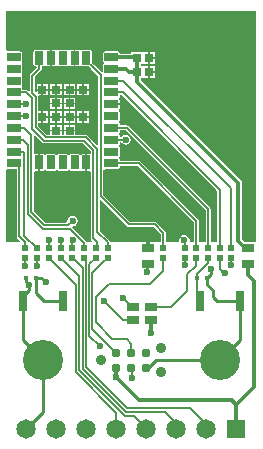
<source format=gtl>
G04*
G04 #@! TF.GenerationSoftware,Altium Limited,Altium Designer,21.6.4 (81)*
G04*
G04 Layer_Physical_Order=1*
G04 Layer_Color=255*
%FSLAX44Y44*%
%MOMM*%
G71*
G04*
G04 #@! TF.SameCoordinates,B4D087F0-9EC3-4593-89C5-D5A80E32FEAA*
G04*
G04*
G04 #@! TF.FilePolarity,Positive*
G04*
G01*
G75*
%ADD10C,0.2540*%
G04:AMPARAMS|DCode=15|XSize=1.15mm|YSize=0.7mm|CornerRadius=0.035mm|HoleSize=0mm|Usage=FLASHONLY|Rotation=180.000|XOffset=0mm|YOffset=0mm|HoleType=Round|Shape=RoundedRectangle|*
%AMROUNDEDRECTD15*
21,1,1.1500,0.6300,0,0,180.0*
21,1,1.0800,0.7000,0,0,180.0*
1,1,0.0700,-0.5400,0.3150*
1,1,0.0700,0.5400,0.3150*
1,1,0.0700,0.5400,-0.3150*
1,1,0.0700,-0.5400,-0.3150*
%
%ADD15ROUNDEDRECTD15*%
G04:AMPARAMS|DCode=16|XSize=1.15mm|YSize=0.7mm|CornerRadius=0.035mm|HoleSize=0mm|Usage=FLASHONLY|Rotation=90.000|XOffset=0mm|YOffset=0mm|HoleType=Round|Shape=RoundedRectangle|*
%AMROUNDEDRECTD16*
21,1,1.1500,0.6300,0,0,90.0*
21,1,1.0800,0.7000,0,0,90.0*
1,1,0.0700,0.3150,0.5400*
1,1,0.0700,0.3150,-0.5400*
1,1,0.0700,-0.3150,-0.5400*
1,1,0.0700,-0.3150,0.5400*
%
%ADD16ROUNDEDRECTD16*%
%ADD17R,0.7000X0.7000*%
%ADD18R,0.5500X0.5200*%
%ADD20R,1.0200X0.6400*%
%ADD21R,0.7800X0.7400*%
%ADD22R,0.3600X0.3500*%
%ADD23R,0.8000X1.7000*%
%ADD24R,1.0000X0.8000*%
%ADD39C,0.7900*%
%ADD40C,0.1520*%
%ADD41C,0.3500*%
%ADD42C,0.9000*%
%ADD43C,1.6500*%
%ADD44R,1.6500X1.6500*%
%ADD45C,3.4000*%
%ADD46C,0.6000*%
G36*
X172930Y227143D02*
Y200000D01*
X167070D01*
Y218000D01*
X166912Y218792D01*
X166464Y219464D01*
X117714Y268214D01*
X117042Y268662D01*
X116250Y268820D01*
X100202D01*
Y269900D01*
X100076Y270532D01*
X99740Y271035D01*
X99718Y271076D01*
Y272424D01*
X99740Y272465D01*
X100076Y272968D01*
X100202Y273600D01*
Y279900D01*
X100076Y280532D01*
X99740Y281035D01*
X99718Y281076D01*
Y282424D01*
X99740Y282465D01*
X100076Y282968D01*
X100202Y283600D01*
Y284680D01*
X101435D01*
X102109Y283671D01*
X103522Y282728D01*
X105188Y282396D01*
X106854Y282728D01*
X108266Y283671D01*
X109210Y285084D01*
X109541Y286750D01*
X109210Y288416D01*
X108266Y289828D01*
X106854Y290772D01*
X105188Y291104D01*
X103522Y290772D01*
X102109Y289828D01*
X101435Y288820D01*
X100202D01*
Y289900D01*
X100076Y290532D01*
X99740Y291035D01*
X99718Y291076D01*
Y292424D01*
X99740Y292465D01*
X100076Y292968D01*
X100202Y293600D01*
Y294680D01*
X105393D01*
X172930Y227143D01*
D02*
G37*
G36*
X162930Y217143D02*
Y200000D01*
X160255D01*
X159213Y201270D01*
X159294Y201676D01*
X158962Y203342D01*
X158019Y204755D01*
X156606Y205698D01*
X154940Y206030D01*
X153274Y205698D01*
X151861Y204755D01*
X150918Y203342D01*
X150586Y201676D01*
X150667Y201270D01*
X149625Y200000D01*
X139070D01*
Y207932D01*
X138912Y208724D01*
X138464Y209396D01*
X131257Y216602D01*
X130586Y217050D01*
X129794Y217208D01*
X108719D01*
X86144Y239783D01*
Y261197D01*
X86478Y261499D01*
X87414Y262015D01*
X87750Y261948D01*
X98550D01*
X99182Y262074D01*
X99718Y262432D01*
X100076Y262968D01*
X100202Y263600D01*
Y264680D01*
X115393D01*
X162930Y217143D01*
D02*
G37*
G36*
X34536Y284536D02*
X35208Y284088D01*
X36000Y283930D01*
X69143D01*
X75610Y277463D01*
Y275012D01*
X75050Y274552D01*
X72662D01*
Y267500D01*
Y260448D01*
X74531D01*
X75610Y259410D01*
Y203320D01*
X75768Y202528D01*
X76217Y201856D01*
X76900Y201173D01*
X76414Y200000D01*
X71991D01*
X71978Y200064D01*
X71529Y200735D01*
X59928Y212337D01*
X60055Y212923D01*
X60436Y213626D01*
X61864Y213910D01*
X63277Y214853D01*
X64220Y216266D01*
X64552Y217932D01*
X64220Y219598D01*
X63277Y221010D01*
X61864Y221954D01*
X60198Y222286D01*
X58532Y221954D01*
X57119Y221010D01*
X56176Y219598D01*
X55844Y217932D01*
X55897Y217669D01*
X54868Y216446D01*
X37161D01*
X27470Y226137D01*
Y259507D01*
X27561Y259658D01*
X28740Y260450D01*
X28750Y260448D01*
X31138D01*
Y267500D01*
Y274552D01*
X28750D01*
X28740Y274550D01*
X27561Y275342D01*
X27470Y275493D01*
Y289807D01*
X28740Y290333D01*
X34536Y284536D01*
D02*
G37*
G36*
X215922Y200000D02*
X206305D01*
X203739Y202565D01*
Y250190D01*
X203739Y250190D01*
X203505Y251368D01*
X202837Y252367D01*
X118079Y337125D01*
Y339030D01*
X124038D01*
Y344000D01*
Y348970D01*
X118079D01*
Y351030D01*
X124038D01*
Y356000D01*
Y360970D01*
X109830D01*
Y359454D01*
X100202D01*
Y359900D01*
X100076Y360532D01*
X99718Y361068D01*
X99182Y361426D01*
X98550Y361552D01*
X87750D01*
X87118Y361426D01*
X86582Y361068D01*
X86224Y360532D01*
X86098Y359900D01*
Y353600D01*
X86224Y352968D01*
X86560Y352465D01*
X86582Y352424D01*
Y351076D01*
X86560Y351035D01*
X86224Y350532D01*
X86098Y349900D01*
Y344275D01*
X84828Y343749D01*
X78626Y349952D01*
X78625Y349952D01*
X76702Y351875D01*
Y361400D01*
X76576Y362032D01*
X76218Y362568D01*
X75682Y362926D01*
X75050Y363052D01*
X68750D01*
X68118Y362926D01*
X67656Y362617D01*
X67604Y362589D01*
X66900Y362577D01*
X66195Y362589D01*
X66144Y362617D01*
X65682Y362926D01*
X65050Y363052D01*
X62662D01*
Y356000D01*
Y348948D01*
X65050D01*
X65682Y349074D01*
X66144Y349383D01*
X66195Y349411D01*
X66900Y349423D01*
X67604Y349411D01*
X67656Y349383D01*
X68118Y349074D01*
X68750Y348948D01*
X73775D01*
X75698Y347024D01*
X75698Y347024D01*
X82004Y340719D01*
Y282882D01*
X80831Y282395D01*
X72973Y290254D01*
X72301Y290702D01*
X71509Y290860D01*
X62420D01*
Y293738D01*
X57650D01*
X52880D01*
Y290860D01*
X50920D01*
Y293738D01*
X46150D01*
X41380D01*
Y290860D01*
X38635D01*
X30940Y298555D01*
Y301230D01*
X33888D01*
Y306000D01*
Y310770D01*
X30940D01*
Y323130D01*
X31988Y324230D01*
X33888D01*
Y328238D01*
X29880D01*
Y327448D01*
X28610Y326825D01*
X28070Y327243D01*
Y340143D01*
X33363Y345436D01*
X33812Y346108D01*
X33970Y346900D01*
Y348948D01*
X35050D01*
X35682Y349074D01*
X36144Y349383D01*
X36195Y349411D01*
X36900Y349423D01*
X37604Y349411D01*
X37656Y349383D01*
X38118Y349074D01*
X38750Y348948D01*
X41138D01*
Y356000D01*
Y363052D01*
X38750D01*
X38118Y362926D01*
X37656Y362617D01*
X37604Y362589D01*
X36900Y362577D01*
X36195Y362589D01*
X36144Y362617D01*
X35682Y362926D01*
X35050Y363052D01*
X28750D01*
X28118Y362926D01*
X27582Y362568D01*
X27224Y362032D01*
X27098Y361400D01*
Y350600D01*
X27224Y349968D01*
X27582Y349432D01*
X28118Y349074D01*
X28750Y348948D01*
X29639D01*
X29751Y347678D01*
X24536Y342464D01*
X24088Y341792D01*
X23930Y341000D01*
Y328357D01*
X22757Y327871D01*
X22414Y328214D01*
X21743Y328662D01*
X20951Y328820D01*
X17702D01*
Y329900D01*
X17576Y330532D01*
X17240Y331035D01*
X17218Y331076D01*
Y332424D01*
X17240Y332465D01*
X17576Y332968D01*
X17702Y333600D01*
Y339900D01*
X17576Y340532D01*
X17240Y341035D01*
X17218Y341076D01*
Y342424D01*
X17240Y342465D01*
X17576Y342968D01*
X17702Y343600D01*
Y349900D01*
X17576Y350532D01*
X17240Y351035D01*
X17218Y351076D01*
Y352424D01*
X17240Y352465D01*
X17576Y352968D01*
X17702Y353600D01*
Y359900D01*
X17576Y360532D01*
X17218Y361068D01*
X16682Y361426D01*
X16050Y361552D01*
X5348D01*
X5220Y361576D01*
X4110Y362452D01*
X4078Y362515D01*
Y395922D01*
X215922D01*
Y200000D01*
D02*
G37*
G36*
X182842Y243745D02*
Y200000D01*
X177070D01*
Y228000D01*
X176912Y228792D01*
X176464Y229464D01*
X107714Y298214D01*
X107042Y298662D01*
X106250Y298820D01*
X100202D01*
Y299900D01*
X100076Y300532D01*
X99740Y301035D01*
X99718Y301076D01*
Y302424D01*
X99740Y302465D01*
X100076Y302968D01*
X100202Y303600D01*
Y309900D01*
X100076Y310532D01*
X99740Y311035D01*
X99718Y311076D01*
Y312424D01*
X99740Y312465D01*
X100076Y312968D01*
X100202Y313600D01*
Y315988D01*
X93150D01*
Y317512D01*
X100202D01*
Y319900D01*
X100076Y320532D01*
X99740Y321035D01*
X99718Y321076D01*
Y322424D01*
X99740Y322465D01*
X100076Y322968D01*
X100202Y323600D01*
Y324680D01*
X101907D01*
X182842Y243745D01*
D02*
G37*
G36*
X106398Y213675D02*
X107070Y213226D01*
X107862Y213068D01*
X128937D01*
X134930Y207075D01*
Y200000D01*
X92070D01*
Y200000D01*
X91912Y200792D01*
X91463Y201464D01*
X83104Y209823D01*
Y235310D01*
X84277Y235796D01*
X106398Y213675D01*
D02*
G37*
G36*
X12916Y204978D02*
X13074Y204186D01*
X13522Y203514D01*
X15864Y201173D01*
X15378Y200000D01*
X4078D01*
X4078Y260985D01*
X4110Y261048D01*
X5250Y261948D01*
X12916D01*
Y204978D01*
D02*
G37*
%LPC*%
G36*
X65050Y274552D02*
X58750D01*
X58118Y274426D01*
X57656Y274117D01*
X57604Y274090D01*
X56900Y274077D01*
X56195Y274090D01*
X56144Y274117D01*
X55682Y274426D01*
X55050Y274552D01*
X48750D01*
X48118Y274426D01*
X47656Y274117D01*
X47605Y274090D01*
X46900Y274077D01*
X46195Y274090D01*
X46144Y274117D01*
X45682Y274426D01*
X45050Y274552D01*
X38750D01*
X38118Y274426D01*
X37656Y274117D01*
X37604Y274090D01*
X36900Y274077D01*
X36195Y274090D01*
X36144Y274117D01*
X35682Y274426D01*
X35050Y274552D01*
X32662D01*
Y267500D01*
Y260448D01*
X35050D01*
X35682Y260574D01*
X36144Y260883D01*
X36195Y260910D01*
X36900Y260923D01*
X37604Y260910D01*
X37656Y260883D01*
X38118Y260574D01*
X38750Y260448D01*
X45050D01*
X45682Y260574D01*
X46144Y260883D01*
X46195Y260910D01*
X46900Y260923D01*
X47605Y260910D01*
X47656Y260883D01*
X48118Y260574D01*
X48750Y260448D01*
X55050D01*
X55682Y260574D01*
X56144Y260883D01*
X56195Y260910D01*
X56900Y260923D01*
X57604Y260910D01*
X57656Y260883D01*
X58118Y260574D01*
X58750Y260448D01*
X65050D01*
X65682Y260574D01*
X66144Y260883D01*
X66195Y260910D01*
X66900Y260923D01*
X67604Y260910D01*
X67656Y260883D01*
X68118Y260574D01*
X68750Y260448D01*
X71138D01*
Y267500D01*
Y274552D01*
X68750D01*
X68118Y274426D01*
X67656Y274117D01*
X67604Y274090D01*
X66900Y274077D01*
X66195Y274090D01*
X66144Y274117D01*
X65682Y274426D01*
X65050Y274552D01*
D02*
G37*
G36*
X129970Y360970D02*
X125562D01*
Y356762D01*
X129970D01*
Y360970D01*
D02*
G37*
G36*
Y355238D02*
X125562D01*
Y351030D01*
X129970D01*
Y355238D01*
D02*
G37*
G36*
X45050Y363052D02*
X42662D01*
Y356000D01*
Y348948D01*
X45050D01*
X45682Y349074D01*
X46144Y349383D01*
X46195Y349411D01*
X46900Y349423D01*
X47605Y349411D01*
X47656Y349383D01*
X48118Y349074D01*
X48750Y348948D01*
X55050D01*
X55682Y349074D01*
X56144Y349383D01*
X56195Y349411D01*
X56900Y349423D01*
X57604Y349411D01*
X57656Y349383D01*
X58118Y349074D01*
X58750Y348948D01*
X61138D01*
Y356000D01*
Y363052D01*
X58750D01*
X58118Y362926D01*
X57656Y362617D01*
X57604Y362589D01*
X56900Y362577D01*
X56195Y362589D01*
X56144Y362617D01*
X55682Y362926D01*
X55050Y363052D01*
X48750D01*
X48118Y362926D01*
X47656Y362617D01*
X47605Y362589D01*
X46900Y362577D01*
X46195Y362589D01*
X46144Y362617D01*
X45682Y362926D01*
X45050Y363052D01*
D02*
G37*
G36*
X129970Y348970D02*
X125562D01*
Y344762D01*
X129970D01*
Y348970D01*
D02*
G37*
G36*
Y343238D02*
X125562D01*
Y339030D01*
X129970D01*
Y343238D01*
D02*
G37*
G36*
X50920Y333770D02*
X46912D01*
Y329762D01*
X50920D01*
Y333770D01*
D02*
G37*
G36*
X62420D02*
X58412D01*
Y329762D01*
X62420D01*
Y333770D01*
D02*
G37*
G36*
X39420D02*
X35412D01*
Y329762D01*
X39420D01*
Y333770D01*
D02*
G37*
G36*
X73920D02*
X69912D01*
Y329762D01*
X73920D01*
Y333770D01*
D02*
G37*
G36*
X45388D02*
X41380D01*
Y329762D01*
X45388D01*
Y333770D01*
D02*
G37*
G36*
X56888D02*
X52880D01*
Y329762D01*
X56888D01*
Y333770D01*
D02*
G37*
G36*
X33888D02*
X29880D01*
Y329762D01*
X33888D01*
Y333770D01*
D02*
G37*
G36*
X68388D02*
X64380D01*
Y329762D01*
X68388D01*
Y333770D01*
D02*
G37*
G36*
X73920Y328238D02*
X69912D01*
Y324230D01*
X73920D01*
Y328238D01*
D02*
G37*
G36*
X68388D02*
X64380D01*
Y324230D01*
X68388D01*
Y328238D01*
D02*
G37*
G36*
X62420D02*
X58412D01*
Y324230D01*
X62420D01*
Y328238D01*
D02*
G37*
G36*
X56888D02*
X52880D01*
Y324230D01*
X56888D01*
Y328238D01*
D02*
G37*
G36*
X50920D02*
X46912D01*
Y324230D01*
X50920D01*
Y328238D01*
D02*
G37*
G36*
X45388D02*
X41380D01*
Y324230D01*
X45388D01*
Y328238D01*
D02*
G37*
G36*
X39420D02*
X35412D01*
Y324230D01*
X39420D01*
Y328238D01*
D02*
G37*
G36*
X50920Y322270D02*
X46912D01*
Y318262D01*
X50920D01*
Y322270D01*
D02*
G37*
G36*
X62420D02*
X58412D01*
Y318262D01*
X62420D01*
Y322270D01*
D02*
G37*
G36*
X45388D02*
X41380D01*
Y318262D01*
X45388D01*
Y322270D01*
D02*
G37*
G36*
X56888D02*
X52880D01*
Y318262D01*
X56888D01*
Y322270D01*
D02*
G37*
G36*
X62420Y316738D02*
X58412D01*
Y312730D01*
X62420D01*
Y316738D01*
D02*
G37*
G36*
X56888D02*
X52880D01*
Y312730D01*
X56888D01*
Y316738D01*
D02*
G37*
G36*
X50920D02*
X46912D01*
Y312730D01*
X50920D01*
Y316738D01*
D02*
G37*
G36*
X45388D02*
X41380D01*
Y312730D01*
X45388D01*
Y316738D01*
D02*
G37*
G36*
X50920Y310770D02*
X46912D01*
Y306762D01*
X50920D01*
Y310770D01*
D02*
G37*
G36*
X62420D02*
X58412D01*
Y306762D01*
X62420D01*
Y310770D01*
D02*
G37*
G36*
X39420D02*
X35412D01*
Y306762D01*
X39420D01*
Y310770D01*
D02*
G37*
G36*
X73920D02*
X69912D01*
Y306762D01*
X73920D01*
Y310770D01*
D02*
G37*
G36*
X45388D02*
X41380D01*
Y306762D01*
X45388D01*
Y310770D01*
D02*
G37*
G36*
X56888D02*
X52880D01*
Y306762D01*
X56888D01*
Y310770D01*
D02*
G37*
G36*
X68388D02*
X64380D01*
Y306762D01*
X68388D01*
Y310770D01*
D02*
G37*
G36*
X73920Y305238D02*
X69912D01*
Y301230D01*
X73920D01*
Y305238D01*
D02*
G37*
G36*
X68388D02*
X64380D01*
Y301230D01*
X68388D01*
Y305238D01*
D02*
G37*
G36*
X62420D02*
X58412D01*
Y301230D01*
X62420D01*
Y305238D01*
D02*
G37*
G36*
X56888D02*
X52880D01*
Y301230D01*
X56888D01*
Y305238D01*
D02*
G37*
G36*
X50920D02*
X46912D01*
Y301230D01*
X50920D01*
Y305238D01*
D02*
G37*
G36*
X45388D02*
X41380D01*
Y301230D01*
X45388D01*
Y305238D01*
D02*
G37*
G36*
X39420D02*
X35412D01*
Y301230D01*
X39420D01*
Y305238D01*
D02*
G37*
G36*
X50920Y299270D02*
X46912D01*
Y295262D01*
X50920D01*
Y299270D01*
D02*
G37*
G36*
X62420D02*
X58412D01*
Y295262D01*
X62420D01*
Y299270D01*
D02*
G37*
G36*
X45388D02*
X41380D01*
Y295262D01*
X45388D01*
Y299270D01*
D02*
G37*
G36*
X56888D02*
X52880D01*
Y295262D01*
X56888D01*
Y299270D01*
D02*
G37*
%LPD*%
D10*
X177433Y176896D02*
X177568Y176762D01*
Y173318D02*
Y176762D01*
X18000Y150000D02*
Y154500D01*
X23136Y159636D01*
Y163344D01*
X23622Y163830D01*
X21064Y166491D02*
Y169926D01*
Y166491D02*
X23622Y163933D01*
Y163830D02*
Y163933D01*
X185000Y100357D02*
X202000Y117357D01*
Y150000D01*
X185000Y100000D02*
Y100357D01*
X130500Y100000D02*
X185000D01*
X18000Y117357D02*
X35000Y100357D01*
X18000Y117357D02*
Y150000D01*
X35000Y100000D02*
Y100357D01*
Y56100D02*
Y100000D01*
X21100Y42200D02*
X35000Y56100D01*
X29464Y169926D02*
X33782D01*
X37338Y166370D01*
X29464Y156718D02*
X36182Y150000D01*
X52000D01*
X29464Y156718D02*
Y169926D01*
X123635Y180785D02*
X124000Y181150D01*
X123635Y174355D02*
Y180785D01*
X174200Y170000D02*
X174250D01*
X177568Y173318D01*
X122700Y93650D02*
X124150D01*
X130500Y100000D01*
X174200Y163903D02*
Y170000D01*
Y163903D02*
X178816Y159287D01*
Y153670D02*
Y159287D01*
X182486Y150000D02*
X202000D01*
X178816Y153670D02*
X182486Y150000D01*
D15*
X93150Y266750D02*
D03*
Y276750D02*
D03*
Y286750D02*
D03*
Y296750D02*
D03*
Y306750D02*
D03*
Y316750D02*
D03*
Y326750D02*
D03*
Y336750D02*
D03*
Y346750D02*
D03*
Y356750D02*
D03*
X10650D02*
D03*
Y346750D02*
D03*
Y336750D02*
D03*
Y326750D02*
D03*
Y316750D02*
D03*
Y306750D02*
D03*
Y296750D02*
D03*
Y286750D02*
D03*
Y276750D02*
D03*
Y266750D02*
D03*
D16*
X31900Y356000D02*
D03*
X41900D02*
D03*
X51900D02*
D03*
X61900D02*
D03*
X71900D02*
D03*
Y267500D02*
D03*
X61900D02*
D03*
X51900D02*
D03*
X41900D02*
D03*
X31900D02*
D03*
D17*
X69150Y329000D02*
D03*
X57650D02*
D03*
X46150D02*
D03*
X34650D02*
D03*
Y306000D02*
D03*
X46150Y317500D02*
D03*
X57650D02*
D03*
Y294500D02*
D03*
X69150Y306000D02*
D03*
X57650D02*
D03*
X46150D02*
D03*
Y294500D02*
D03*
D18*
X90000Y195000D02*
D03*
Y187000D02*
D03*
X137000Y195000D02*
D03*
Y187000D02*
D03*
X80000Y195000D02*
D03*
Y187000D02*
D03*
X155000D02*
D03*
Y195000D02*
D03*
X70066Y187000D02*
D03*
Y195000D02*
D03*
X175000Y187000D02*
D03*
Y195000D02*
D03*
X29868Y187000D02*
D03*
Y195000D02*
D03*
X39878Y187008D02*
D03*
Y195008D02*
D03*
X19868Y187000D02*
D03*
Y195000D02*
D03*
X50066Y187000D02*
D03*
Y195000D02*
D03*
X60066Y187000D02*
D03*
Y195000D02*
D03*
X194000D02*
D03*
Y187000D02*
D03*
X185000D02*
D03*
Y195000D02*
D03*
X165000Y187000D02*
D03*
Y195000D02*
D03*
D20*
X124000Y181150D02*
D03*
Y194850D02*
D03*
X209000Y194850D02*
D03*
Y181150D02*
D03*
D21*
X124800Y344000D02*
D03*
X115000D02*
D03*
X124800Y356000D02*
D03*
X115000D02*
D03*
D22*
X165800Y170000D02*
D03*
X174200D02*
D03*
X21064Y169926D02*
D03*
X29464D02*
D03*
D23*
X202000Y150000D02*
D03*
X168000D02*
D03*
X52000D02*
D03*
X18000D02*
D03*
D24*
X126500Y134500D02*
D03*
X111500D02*
D03*
Y145500D02*
D03*
X126500D02*
D03*
D39*
X122700Y106350D02*
D03*
Y93650D02*
D03*
X110000Y106350D02*
D03*
Y93650D02*
D03*
X97300Y106350D02*
D03*
Y93650D02*
D03*
D40*
X63050Y89914D02*
Y163836D01*
X65840Y91424D02*
X104264Y53000D01*
X68630Y92933D02*
X105429Y56134D01*
X97300Y42200D02*
Y55664D01*
X104264Y53000D02*
X111900D01*
X65840Y91424D02*
Y171226D01*
X105429Y56134D02*
X138438D01*
X68630Y92933D02*
Y178436D01*
X63050Y89914D02*
X97300Y55664D01*
X111900Y53000D02*
X122700Y42200D01*
X88000Y149096D02*
X102596Y134500D01*
X111500D01*
X157420Y159000D02*
Y172660D01*
X127000Y145000D02*
X143420D01*
X157420Y159000D01*
X110500Y145500D02*
X111500D01*
X103000Y153000D02*
X110500Y145500D01*
X103000Y153000D02*
Y153760D01*
X70000Y286000D02*
X77680Y278320D01*
X26000Y296000D02*
X36000Y286000D01*
X70000D01*
X28870Y297698D02*
X37778Y288790D01*
X71509D01*
X81034Y279265D01*
X26000Y296000D02*
Y321701D01*
X20951Y326750D02*
X26000Y321701D01*
X10650Y316750D02*
X20970D01*
X10650Y306750D02*
X20888D01*
X20970Y306832D01*
X28870Y297698D02*
Y323130D01*
X26000Y341000D02*
X31900Y346900D01*
X26000Y326000D02*
X28870Y323130D01*
X26000Y326000D02*
Y341000D01*
X102143Y152903D02*
X103000Y153760D01*
X188000Y174000D02*
X189000D01*
X185000Y177000D02*
X188000Y174000D01*
X185000Y177000D02*
Y187000D01*
X110000Y106350D02*
Y114000D01*
X94000Y118000D02*
X106000D01*
X110000Y114000D01*
X80000Y132000D02*
X94000Y118000D01*
X126000Y165000D02*
X137000Y176000D01*
X80000Y154000D02*
X91000Y165000D01*
X126000D01*
X80000Y132000D02*
Y154000D01*
X77000Y174000D02*
X88010Y185010D01*
X74210Y120608D02*
Y181360D01*
X41868Y185018D02*
X63050Y163836D01*
X77000Y126650D02*
Y174000D01*
X74210Y120608D02*
X83058Y111760D01*
X74210Y181360D02*
X79850Y187000D01*
X70066D02*
X71420Y185646D01*
X52056Y185010D02*
X65840Y171226D01*
X77000Y126650D02*
X97300Y106350D01*
X71420Y94442D02*
Y185646D01*
X62056Y185010D02*
X68630Y178436D01*
X71420Y94442D02*
X106426Y59436D01*
X157420Y172660D02*
X165000Y180240D01*
X126500Y145500D02*
X127000Y145000D01*
X77680Y203320D02*
Y278320D01*
X81034Y208966D02*
Y279265D01*
X10650Y326750D02*
X20951D01*
X31900Y346900D02*
Y356000D01*
X10650Y296750D02*
X19226D01*
X25400Y290576D01*
Y225279D02*
Y290576D01*
X84074Y238926D02*
X107862Y215138D01*
X129794D01*
X84074Y238926D02*
Y341576D01*
X81034Y208966D02*
X90000Y200000D01*
Y195000D02*
Y200000D01*
X80518Y195518D02*
Y200482D01*
X77680Y203320D02*
X80518Y200482D01*
X93150Y266750D02*
X116250D01*
X165000Y218000D01*
Y195000D02*
Y218000D01*
X93150Y296750D02*
X106250D01*
X175000Y228000D01*
Y195000D02*
Y228000D01*
X14986Y204978D02*
X19868Y200096D01*
X10650Y266750D02*
X12246D01*
X14986Y264010D01*
Y204978D02*
Y264010D01*
X19868Y195000D02*
Y200096D01*
X19312Y205406D02*
X29718Y195000D01*
X19312Y205406D02*
Y275328D01*
X29718Y195000D02*
X29868D01*
X155000D02*
Y201616D01*
X154940Y201676D02*
X155000Y201616D01*
X93150Y286750D02*
X105188D01*
X105206Y286769D01*
X184912Y195088D02*
Y244602D01*
Y195088D02*
X185000Y195000D01*
X102764Y326750D02*
X184912Y244602D01*
X194000Y195000D02*
Y245928D01*
X103178Y336750D02*
X194000Y245928D01*
Y195000D02*
X194000Y195000D01*
X93150Y336750D02*
X103178D01*
X93150Y326750D02*
X102764D01*
X137000Y195000D02*
Y207932D01*
X129794Y215138D02*
X137000Y207932D01*
X10650Y276750D02*
X17890D01*
X19312Y275328D01*
X56642Y214376D02*
X60198Y217932D01*
X36303Y214376D02*
X56642D01*
X25400Y225279D02*
X36303Y214376D01*
X22352Y224028D02*
X35044Y211336D01*
X70066Y195000D02*
Y199272D01*
X22352Y224028D02*
Y282448D01*
X58002Y211336D02*
X70066Y199272D01*
X35044Y211336D02*
X58002D01*
X39878Y195008D02*
Y201676D01*
X50038Y195028D02*
X50066Y195000D01*
X50038Y195028D02*
Y201676D01*
X60066Y195000D02*
Y201798D01*
X60198Y201930D01*
X18050Y286750D02*
X22352Y282448D01*
X10650Y286750D02*
X18050D01*
X39878Y187008D02*
X40028D01*
X41868Y185168D01*
Y185018D02*
Y185168D01*
X50066Y187000D02*
X50216D01*
X52056Y185160D01*
Y185010D02*
Y185160D01*
X60066Y187000D02*
X60216D01*
X62056Y185160D01*
Y185010D02*
Y185160D01*
X77162Y348488D02*
X84074Y341576D01*
X77162Y348488D02*
X77162D01*
X80000Y195000D02*
X80518Y195518D01*
X71900Y353750D02*
X77162Y348488D01*
X71900Y353750D02*
Y356000D01*
X106426Y59436D02*
X159764D01*
X173500Y45700D01*
X148100D02*
Y46254D01*
X144310Y50043D02*
X148100Y46254D01*
X144310Y50043D02*
Y50262D01*
X138438Y56134D02*
X144310Y50262D01*
X154850Y195000D02*
X155000D01*
X89850Y187000D02*
X90000D01*
X88010Y185160D02*
X89850Y187000D01*
X88010Y185010D02*
Y185160D01*
X79850Y187000D02*
X80000D01*
X29868Y180142D02*
Y187000D01*
X29812Y180086D02*
X29868Y180142D01*
X19812Y180086D02*
X19868Y180142D01*
Y187000D01*
X110000Y93650D02*
X110236Y93414D01*
Y85090D02*
Y93414D01*
X165000Y180240D02*
Y187000D01*
X137000Y176000D02*
Y187000D01*
X155000Y180904D02*
Y187000D01*
X194000Y180904D02*
Y187000D01*
X165800Y172912D02*
X175000Y182112D01*
Y187000D01*
X165800Y170000D02*
Y172912D01*
Y152200D02*
X168000Y150000D01*
X165800Y152200D02*
Y170000D01*
D41*
X127000Y123000D02*
Y134000D01*
X126500Y134500D02*
X127000Y134000D01*
X97300Y85580D02*
Y93650D01*
X200660Y201290D02*
X205650Y196300D01*
X115000Y335850D02*
X200660Y250190D01*
Y201290D02*
Y250190D01*
X115000Y335850D02*
Y344000D01*
Y356000D01*
X108120Y344000D02*
X115000D01*
X105370Y346750D02*
X108120Y344000D01*
X93150Y346750D02*
X105370D01*
X93150Y356750D02*
X93525Y356375D01*
X114625D01*
X115000Y356000D01*
X198900Y42200D02*
Y62502D01*
X116332Y66548D02*
X194854D01*
X198900Y62502D01*
X214000Y77602D02*
Y167000D01*
X198900Y62502D02*
X214000Y77602D01*
X97300Y85580D02*
X116332Y66548D01*
X205650Y196300D02*
Y196300D01*
Y196300D02*
X207100Y194850D01*
X209000D01*
X123698Y203962D02*
X124000Y203660D01*
Y194850D02*
Y203660D01*
X209000Y172000D02*
Y181150D01*
Y172000D02*
X214000Y167000D01*
D42*
X135400Y89840D02*
D03*
Y110160D02*
D03*
X84600Y100000D02*
D03*
D43*
X71900Y42200D02*
D03*
X97300D02*
D03*
X122700D02*
D03*
X173500D02*
D03*
X148100D02*
D03*
X46500D02*
D03*
X21100D02*
D03*
D44*
X198900D02*
D03*
D45*
X185000Y100000D02*
D03*
X35000D02*
D03*
D46*
X8000Y215000D02*
D03*
X67000Y279000D02*
D03*
X52000D02*
D03*
X36000D02*
D03*
X78000Y306000D02*
D03*
Y329000D02*
D03*
X69000Y338000D02*
D03*
X58000D02*
D03*
X47000D02*
D03*
X35000D02*
D03*
X67000Y297000D02*
D03*
X37000D02*
D03*
X8000Y204000D02*
D03*
X89000Y212000D02*
D03*
X88000Y227000D02*
D03*
X98000Y207000D02*
D03*
X113000D02*
D03*
X128000D02*
D03*
X212000Y204000D02*
D03*
Y216000D02*
D03*
Y228000D02*
D03*
Y243000D02*
D03*
Y257000D02*
D03*
Y272000D02*
D03*
Y287000D02*
D03*
Y302000D02*
D03*
Y317000D02*
D03*
Y332000D02*
D03*
Y347000D02*
D03*
Y362000D02*
D03*
Y377000D02*
D03*
Y392000D02*
D03*
X203000D02*
D03*
Y377000D02*
D03*
Y362000D02*
D03*
Y347000D02*
D03*
Y332000D02*
D03*
Y317000D02*
D03*
Y302000D02*
D03*
Y287000D02*
D03*
Y272000D02*
D03*
Y257000D02*
D03*
X188000Y392000D02*
D03*
Y377000D02*
D03*
Y362000D02*
D03*
Y347000D02*
D03*
Y332000D02*
D03*
Y317000D02*
D03*
Y302000D02*
D03*
Y287000D02*
D03*
Y272000D02*
D03*
X173000Y392000D02*
D03*
Y377000D02*
D03*
Y362000D02*
D03*
Y347000D02*
D03*
Y332000D02*
D03*
Y317000D02*
D03*
Y302000D02*
D03*
Y287000D02*
D03*
Y242000D02*
D03*
X158000Y392000D02*
D03*
Y377000D02*
D03*
Y362000D02*
D03*
Y347000D02*
D03*
Y332000D02*
D03*
Y317000D02*
D03*
Y302000D02*
D03*
Y257000D02*
D03*
X143000Y392000D02*
D03*
Y377000D02*
D03*
Y362000D02*
D03*
Y347000D02*
D03*
Y332000D02*
D03*
Y317000D02*
D03*
Y272000D02*
D03*
X128000Y392000D02*
D03*
Y377000D02*
D03*
Y332000D02*
D03*
Y287000D02*
D03*
Y227000D02*
D03*
X113000Y392000D02*
D03*
Y377000D02*
D03*
Y302000D02*
D03*
Y272000D02*
D03*
Y242000D02*
D03*
Y227000D02*
D03*
X98000Y392000D02*
D03*
Y377000D02*
D03*
Y257000D02*
D03*
Y242000D02*
D03*
X83000Y392000D02*
D03*
Y377000D02*
D03*
Y362000D02*
D03*
X68000Y392000D02*
D03*
Y377000D02*
D03*
Y317000D02*
D03*
Y257000D02*
D03*
Y242000D02*
D03*
Y227000D02*
D03*
X53000Y392000D02*
D03*
Y377000D02*
D03*
Y257000D02*
D03*
Y242000D02*
D03*
Y227000D02*
D03*
X38000Y392000D02*
D03*
Y377000D02*
D03*
Y317000D02*
D03*
Y257000D02*
D03*
Y242000D02*
D03*
Y227000D02*
D03*
X23000Y392000D02*
D03*
Y377000D02*
D03*
Y362000D02*
D03*
Y347000D02*
D03*
X8000Y392000D02*
D03*
Y377000D02*
D03*
Y257000D02*
D03*
Y242000D02*
D03*
Y227000D02*
D03*
X20970Y306832D02*
D03*
Y316750D02*
D03*
X103000Y153000D02*
D03*
X87000Y150096D02*
D03*
X127000Y123000D02*
D03*
X177433Y176896D02*
D03*
X154940Y201676D02*
D03*
X105188Y286750D02*
D03*
X39878Y201676D02*
D03*
X50038D02*
D03*
X60198Y201930D02*
D03*
Y217932D02*
D03*
X23622Y163830D02*
D03*
X97282Y85598D02*
D03*
X29812Y180086D02*
D03*
X19812D02*
D03*
X37338Y166370D02*
D03*
X110236Y85090D02*
D03*
X83058Y111760D02*
D03*
X123635Y174355D02*
D03*
X189000Y174000D02*
D03*
X155000Y180904D02*
D03*
X194000D02*
D03*
M02*

</source>
